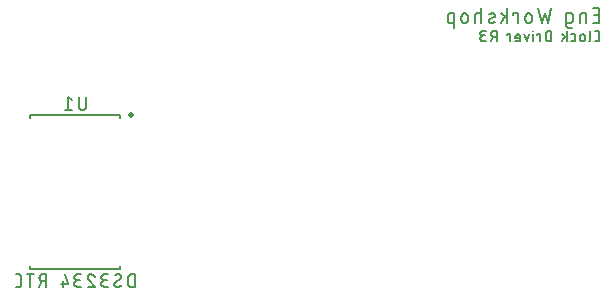
<source format=gbr>
G04 EAGLE Gerber RS-274X export*
G75*
%MOMM*%
%FSLAX34Y34*%
%LPD*%
%INSilkscreen Bottom*%
%IPPOS*%
%AMOC8*
5,1,8,0,0,1.08239X$1,22.5*%
G01*
G04 Define Apertures*
%ADD10C,0.203200*%
%ADD11C,0.152400*%
%ADD12C,0.500000*%
D10*
X565065Y257556D02*
X570484Y257556D01*
X570484Y269748D01*
X565065Y269748D01*
X566420Y264329D02*
X570484Y264329D01*
X559601Y265684D02*
X559601Y257556D01*
X559601Y265684D02*
X556214Y265684D01*
X556125Y265682D01*
X556037Y265676D01*
X555949Y265667D01*
X555861Y265653D01*
X555774Y265636D01*
X555688Y265615D01*
X555603Y265590D01*
X555519Y265561D01*
X555436Y265529D01*
X555355Y265494D01*
X555276Y265454D01*
X555198Y265412D01*
X555122Y265366D01*
X555048Y265317D01*
X554977Y265264D01*
X554908Y265209D01*
X554841Y265150D01*
X554777Y265089D01*
X554716Y265025D01*
X554657Y264958D01*
X554602Y264889D01*
X554549Y264818D01*
X554500Y264744D01*
X554454Y264668D01*
X554412Y264590D01*
X554372Y264511D01*
X554337Y264430D01*
X554305Y264347D01*
X554276Y264263D01*
X554251Y264178D01*
X554230Y264092D01*
X554213Y264005D01*
X554199Y263917D01*
X554190Y263829D01*
X554184Y263741D01*
X554182Y263652D01*
X554182Y257556D01*
X546139Y257556D02*
X542752Y257556D01*
X546139Y257556D02*
X546228Y257558D01*
X546316Y257564D01*
X546404Y257573D01*
X546492Y257587D01*
X546579Y257604D01*
X546665Y257625D01*
X546750Y257650D01*
X546834Y257679D01*
X546917Y257711D01*
X546998Y257746D01*
X547077Y257786D01*
X547155Y257828D01*
X547231Y257874D01*
X547305Y257923D01*
X547376Y257976D01*
X547445Y258031D01*
X547512Y258090D01*
X547576Y258151D01*
X547637Y258215D01*
X547696Y258282D01*
X547751Y258351D01*
X547804Y258422D01*
X547853Y258496D01*
X547899Y258572D01*
X547941Y258650D01*
X547981Y258729D01*
X548016Y258810D01*
X548048Y258893D01*
X548077Y258977D01*
X548102Y259062D01*
X548123Y259148D01*
X548140Y259235D01*
X548154Y259323D01*
X548163Y259411D01*
X548169Y259499D01*
X548171Y259588D01*
X548171Y263652D01*
X548169Y263741D01*
X548163Y263829D01*
X548154Y263917D01*
X548140Y264005D01*
X548123Y264092D01*
X548102Y264178D01*
X548077Y264263D01*
X548048Y264347D01*
X548016Y264430D01*
X547981Y264511D01*
X547941Y264590D01*
X547899Y264668D01*
X547853Y264744D01*
X547804Y264818D01*
X547751Y264889D01*
X547696Y264958D01*
X547637Y265025D01*
X547576Y265089D01*
X547512Y265150D01*
X547445Y265209D01*
X547376Y265264D01*
X547305Y265317D01*
X547231Y265366D01*
X547155Y265412D01*
X547077Y265454D01*
X546998Y265494D01*
X546917Y265529D01*
X546834Y265561D01*
X546750Y265590D01*
X546665Y265615D01*
X546579Y265636D01*
X546492Y265653D01*
X546404Y265667D01*
X546316Y265676D01*
X546228Y265682D01*
X546139Y265684D01*
X542752Y265684D01*
X542752Y255524D01*
X542754Y255435D01*
X542760Y255347D01*
X542769Y255259D01*
X542783Y255171D01*
X542800Y255084D01*
X542821Y254998D01*
X542846Y254913D01*
X542875Y254829D01*
X542907Y254746D01*
X542942Y254665D01*
X542982Y254586D01*
X543024Y254508D01*
X543070Y254432D01*
X543119Y254358D01*
X543172Y254287D01*
X543227Y254218D01*
X543286Y254151D01*
X543347Y254087D01*
X543411Y254026D01*
X543478Y253967D01*
X543547Y253912D01*
X543618Y253859D01*
X543692Y253810D01*
X543768Y253764D01*
X543846Y253722D01*
X543925Y253682D01*
X544006Y253647D01*
X544089Y253615D01*
X544173Y253586D01*
X544258Y253561D01*
X544344Y253540D01*
X544431Y253523D01*
X544519Y253509D01*
X544607Y253500D01*
X544695Y253494D01*
X544784Y253492D01*
X547494Y253492D01*
X527170Y257556D02*
X529879Y269748D01*
X524461Y265684D02*
X527170Y257556D01*
X521751Y257556D02*
X524461Y265684D01*
X519042Y269748D02*
X521751Y257556D01*
X513515Y260265D02*
X513515Y262975D01*
X513513Y263078D01*
X513507Y263180D01*
X513498Y263282D01*
X513484Y263384D01*
X513467Y263485D01*
X513445Y263585D01*
X513420Y263684D01*
X513392Y263783D01*
X513359Y263880D01*
X513323Y263976D01*
X513284Y264071D01*
X513240Y264164D01*
X513194Y264255D01*
X513143Y264344D01*
X513090Y264432D01*
X513033Y264517D01*
X512973Y264600D01*
X512910Y264681D01*
X512844Y264760D01*
X512775Y264835D01*
X512703Y264909D01*
X512629Y264979D01*
X512552Y265047D01*
X512472Y265111D01*
X512390Y265173D01*
X512306Y265231D01*
X512219Y265286D01*
X512131Y265338D01*
X512040Y265386D01*
X511948Y265431D01*
X511855Y265473D01*
X511759Y265511D01*
X511663Y265545D01*
X511565Y265576D01*
X511466Y265602D01*
X511366Y265626D01*
X511265Y265645D01*
X511164Y265660D01*
X511062Y265672D01*
X510960Y265680D01*
X510857Y265684D01*
X510755Y265684D01*
X510652Y265680D01*
X510550Y265672D01*
X510448Y265660D01*
X510347Y265645D01*
X510246Y265626D01*
X510146Y265602D01*
X510047Y265576D01*
X509949Y265545D01*
X509853Y265511D01*
X509757Y265473D01*
X509664Y265431D01*
X509572Y265386D01*
X509481Y265338D01*
X509393Y265286D01*
X509306Y265231D01*
X509222Y265173D01*
X509140Y265111D01*
X509060Y265047D01*
X508983Y264979D01*
X508909Y264909D01*
X508837Y264835D01*
X508768Y264760D01*
X508702Y264681D01*
X508639Y264600D01*
X508579Y264517D01*
X508522Y264432D01*
X508469Y264344D01*
X508418Y264255D01*
X508372Y264164D01*
X508328Y264071D01*
X508289Y263976D01*
X508253Y263880D01*
X508220Y263783D01*
X508192Y263684D01*
X508167Y263585D01*
X508145Y263485D01*
X508128Y263384D01*
X508114Y263282D01*
X508105Y263180D01*
X508099Y263078D01*
X508097Y262975D01*
X508096Y262975D02*
X508096Y260265D01*
X508097Y260265D02*
X508099Y260162D01*
X508105Y260060D01*
X508114Y259958D01*
X508128Y259856D01*
X508145Y259755D01*
X508167Y259655D01*
X508192Y259556D01*
X508220Y259457D01*
X508253Y259360D01*
X508289Y259264D01*
X508328Y259169D01*
X508372Y259076D01*
X508418Y258985D01*
X508469Y258896D01*
X508522Y258808D01*
X508579Y258723D01*
X508639Y258640D01*
X508702Y258559D01*
X508768Y258480D01*
X508837Y258405D01*
X508909Y258331D01*
X508983Y258261D01*
X509060Y258193D01*
X509140Y258129D01*
X509222Y258067D01*
X509306Y258009D01*
X509393Y257954D01*
X509481Y257902D01*
X509572Y257854D01*
X509664Y257809D01*
X509757Y257767D01*
X509853Y257729D01*
X509949Y257695D01*
X510047Y257664D01*
X510146Y257638D01*
X510246Y257614D01*
X510347Y257595D01*
X510448Y257580D01*
X510550Y257568D01*
X510652Y257560D01*
X510755Y257556D01*
X510857Y257556D01*
X510960Y257560D01*
X511062Y257568D01*
X511164Y257580D01*
X511265Y257595D01*
X511366Y257614D01*
X511466Y257638D01*
X511565Y257664D01*
X511663Y257695D01*
X511759Y257729D01*
X511855Y257767D01*
X511948Y257809D01*
X512040Y257854D01*
X512131Y257902D01*
X512219Y257954D01*
X512306Y258009D01*
X512390Y258067D01*
X512472Y258129D01*
X512552Y258193D01*
X512629Y258261D01*
X512703Y258331D01*
X512775Y258405D01*
X512844Y258480D01*
X512910Y258559D01*
X512973Y258640D01*
X513033Y258723D01*
X513090Y258808D01*
X513143Y258896D01*
X513194Y258985D01*
X513240Y259076D01*
X513284Y259169D01*
X513323Y259264D01*
X513359Y259360D01*
X513392Y259457D01*
X513420Y259556D01*
X513445Y259655D01*
X513467Y259755D01*
X513484Y259856D01*
X513498Y259958D01*
X513507Y260060D01*
X513513Y260162D01*
X513515Y260265D01*
X501890Y257556D02*
X501890Y265684D01*
X497826Y265684D01*
X497826Y264329D01*
X492821Y269748D02*
X492821Y257556D01*
X492821Y261620D02*
X487402Y265684D01*
X490450Y263313D02*
X487402Y257556D01*
X481348Y262297D02*
X477962Y260943D01*
X481348Y262298D02*
X481424Y262330D01*
X481498Y262366D01*
X481571Y262406D01*
X481642Y262448D01*
X481710Y262494D01*
X481776Y262544D01*
X481840Y262596D01*
X481902Y262651D01*
X481960Y262709D01*
X482016Y262770D01*
X482069Y262834D01*
X482119Y262899D01*
X482166Y262967D01*
X482210Y263038D01*
X482250Y263110D01*
X482287Y263184D01*
X482320Y263259D01*
X482349Y263336D01*
X482375Y263415D01*
X482398Y263494D01*
X482416Y263575D01*
X482431Y263656D01*
X482442Y263738D01*
X482449Y263820D01*
X482452Y263903D01*
X482451Y263986D01*
X482446Y264068D01*
X482438Y264150D01*
X482426Y264232D01*
X482409Y264313D01*
X482389Y264393D01*
X482366Y264472D01*
X482338Y264550D01*
X482307Y264626D01*
X482272Y264701D01*
X482234Y264775D01*
X482193Y264846D01*
X482148Y264916D01*
X482100Y264983D01*
X482049Y265048D01*
X481995Y265110D01*
X481938Y265170D01*
X481878Y265227D01*
X481816Y265281D01*
X481751Y265332D01*
X481684Y265380D01*
X481614Y265425D01*
X481543Y265466D01*
X481469Y265504D01*
X481394Y265539D01*
X481318Y265570D01*
X481240Y265598D01*
X481161Y265621D01*
X481081Y265641D01*
X481000Y265658D01*
X480918Y265670D01*
X480836Y265678D01*
X480754Y265683D01*
X480671Y265684D01*
X480486Y265679D01*
X480301Y265670D01*
X480117Y265656D01*
X479933Y265638D01*
X479749Y265616D01*
X479566Y265589D01*
X479384Y265557D01*
X479203Y265521D01*
X479022Y265481D01*
X478843Y265437D01*
X478664Y265388D01*
X478487Y265335D01*
X478311Y265278D01*
X478137Y265216D01*
X477964Y265151D01*
X477793Y265081D01*
X477623Y265007D01*
X477962Y260942D02*
X477886Y260910D01*
X477812Y260874D01*
X477739Y260834D01*
X477668Y260792D01*
X477600Y260746D01*
X477534Y260696D01*
X477470Y260644D01*
X477408Y260589D01*
X477350Y260531D01*
X477294Y260470D01*
X477241Y260406D01*
X477191Y260341D01*
X477144Y260273D01*
X477100Y260202D01*
X477060Y260130D01*
X477024Y260056D01*
X476990Y259981D01*
X476961Y259904D01*
X476935Y259825D01*
X476912Y259746D01*
X476894Y259665D01*
X476879Y259584D01*
X476868Y259502D01*
X476861Y259420D01*
X476858Y259337D01*
X476859Y259255D01*
X476864Y259172D01*
X476872Y259090D01*
X476884Y259008D01*
X476901Y258927D01*
X476921Y258847D01*
X476944Y258768D01*
X476972Y258690D01*
X477003Y258614D01*
X477038Y258539D01*
X477076Y258465D01*
X477117Y258394D01*
X477162Y258325D01*
X477210Y258257D01*
X477261Y258192D01*
X477315Y258130D01*
X477372Y258070D01*
X477432Y258013D01*
X477494Y257959D01*
X477559Y257908D01*
X477626Y257860D01*
X477696Y257815D01*
X477767Y257774D01*
X477841Y257736D01*
X477916Y257701D01*
X477992Y257670D01*
X478070Y257642D01*
X478149Y257619D01*
X478229Y257599D01*
X478310Y257582D01*
X478392Y257570D01*
X478474Y257562D01*
X478556Y257557D01*
X478639Y257556D01*
X478910Y257563D01*
X479182Y257577D01*
X479453Y257597D01*
X479723Y257623D01*
X479993Y257656D01*
X480262Y257695D01*
X480530Y257740D01*
X480796Y257792D01*
X481062Y257850D01*
X481326Y257914D01*
X481588Y257985D01*
X481849Y258062D01*
X482107Y258145D01*
X482364Y258233D01*
X470843Y257556D02*
X470843Y269748D01*
X470843Y265684D02*
X467456Y265684D01*
X467367Y265682D01*
X467279Y265676D01*
X467191Y265667D01*
X467103Y265653D01*
X467016Y265636D01*
X466930Y265615D01*
X466845Y265590D01*
X466761Y265561D01*
X466678Y265529D01*
X466597Y265494D01*
X466518Y265454D01*
X466440Y265412D01*
X466364Y265366D01*
X466290Y265317D01*
X466219Y265264D01*
X466150Y265209D01*
X466083Y265150D01*
X466019Y265089D01*
X465958Y265025D01*
X465899Y264958D01*
X465844Y264889D01*
X465791Y264818D01*
X465742Y264744D01*
X465696Y264668D01*
X465654Y264590D01*
X465614Y264511D01*
X465579Y264430D01*
X465547Y264347D01*
X465518Y264263D01*
X465493Y264178D01*
X465472Y264092D01*
X465455Y264005D01*
X465441Y263917D01*
X465432Y263829D01*
X465426Y263741D01*
X465424Y263652D01*
X465424Y257556D01*
X459322Y260265D02*
X459322Y262975D01*
X459321Y262975D02*
X459319Y263078D01*
X459313Y263180D01*
X459304Y263282D01*
X459290Y263384D01*
X459273Y263485D01*
X459251Y263585D01*
X459226Y263684D01*
X459198Y263783D01*
X459165Y263880D01*
X459129Y263976D01*
X459090Y264071D01*
X459046Y264164D01*
X459000Y264255D01*
X458949Y264344D01*
X458896Y264432D01*
X458839Y264517D01*
X458779Y264600D01*
X458716Y264681D01*
X458650Y264760D01*
X458581Y264835D01*
X458509Y264909D01*
X458435Y264979D01*
X458358Y265047D01*
X458278Y265111D01*
X458196Y265173D01*
X458112Y265231D01*
X458025Y265286D01*
X457937Y265338D01*
X457846Y265386D01*
X457754Y265431D01*
X457661Y265473D01*
X457565Y265511D01*
X457469Y265545D01*
X457371Y265576D01*
X457272Y265602D01*
X457172Y265626D01*
X457071Y265645D01*
X456970Y265660D01*
X456868Y265672D01*
X456766Y265680D01*
X456663Y265684D01*
X456561Y265684D01*
X456458Y265680D01*
X456356Y265672D01*
X456254Y265660D01*
X456153Y265645D01*
X456052Y265626D01*
X455952Y265602D01*
X455853Y265576D01*
X455755Y265545D01*
X455659Y265511D01*
X455563Y265473D01*
X455470Y265431D01*
X455378Y265386D01*
X455287Y265338D01*
X455199Y265286D01*
X455112Y265231D01*
X455028Y265173D01*
X454946Y265111D01*
X454866Y265047D01*
X454789Y264979D01*
X454715Y264909D01*
X454643Y264835D01*
X454574Y264760D01*
X454508Y264681D01*
X454445Y264600D01*
X454385Y264517D01*
X454328Y264432D01*
X454275Y264344D01*
X454224Y264255D01*
X454178Y264164D01*
X454134Y264071D01*
X454095Y263976D01*
X454059Y263880D01*
X454026Y263783D01*
X453998Y263684D01*
X453973Y263585D01*
X453951Y263485D01*
X453934Y263384D01*
X453920Y263282D01*
X453911Y263180D01*
X453905Y263078D01*
X453903Y262975D01*
X453903Y260265D01*
X453905Y260162D01*
X453911Y260060D01*
X453920Y259958D01*
X453934Y259856D01*
X453951Y259755D01*
X453973Y259655D01*
X453998Y259556D01*
X454026Y259457D01*
X454059Y259360D01*
X454095Y259264D01*
X454134Y259169D01*
X454178Y259076D01*
X454224Y258985D01*
X454275Y258896D01*
X454328Y258808D01*
X454385Y258723D01*
X454445Y258640D01*
X454508Y258559D01*
X454574Y258480D01*
X454643Y258405D01*
X454715Y258331D01*
X454789Y258261D01*
X454866Y258193D01*
X454946Y258129D01*
X455028Y258067D01*
X455112Y258009D01*
X455199Y257954D01*
X455287Y257902D01*
X455378Y257854D01*
X455470Y257809D01*
X455563Y257767D01*
X455659Y257729D01*
X455755Y257695D01*
X455853Y257664D01*
X455952Y257638D01*
X456052Y257614D01*
X456153Y257595D01*
X456254Y257580D01*
X456356Y257568D01*
X456458Y257560D01*
X456561Y257556D01*
X456663Y257556D01*
X456766Y257560D01*
X456868Y257568D01*
X456970Y257580D01*
X457071Y257595D01*
X457172Y257614D01*
X457272Y257638D01*
X457371Y257664D01*
X457469Y257695D01*
X457565Y257729D01*
X457661Y257767D01*
X457754Y257809D01*
X457846Y257854D01*
X457937Y257902D01*
X458025Y257954D01*
X458112Y258009D01*
X458196Y258067D01*
X458278Y258129D01*
X458358Y258193D01*
X458435Y258261D01*
X458509Y258331D01*
X458581Y258405D01*
X458650Y258480D01*
X458716Y258559D01*
X458779Y258640D01*
X458839Y258723D01*
X458896Y258808D01*
X458949Y258896D01*
X459000Y258985D01*
X459046Y259076D01*
X459090Y259169D01*
X459129Y259264D01*
X459165Y259360D01*
X459198Y259457D01*
X459226Y259556D01*
X459251Y259655D01*
X459273Y259755D01*
X459290Y259856D01*
X459304Y259958D01*
X459313Y260060D01*
X459319Y260162D01*
X459321Y260265D01*
X447708Y265684D02*
X447708Y253492D01*
X447708Y265684D02*
X444322Y265684D01*
X444233Y265682D01*
X444145Y265676D01*
X444057Y265667D01*
X443969Y265653D01*
X443882Y265636D01*
X443796Y265615D01*
X443711Y265590D01*
X443627Y265561D01*
X443544Y265529D01*
X443463Y265494D01*
X443384Y265454D01*
X443306Y265412D01*
X443230Y265366D01*
X443156Y265317D01*
X443085Y265264D01*
X443016Y265209D01*
X442949Y265150D01*
X442885Y265089D01*
X442824Y265025D01*
X442765Y264958D01*
X442710Y264889D01*
X442657Y264818D01*
X442608Y264744D01*
X442562Y264668D01*
X442520Y264590D01*
X442480Y264511D01*
X442445Y264430D01*
X442413Y264347D01*
X442384Y264263D01*
X442359Y264178D01*
X442338Y264092D01*
X442321Y264005D01*
X442307Y263917D01*
X442298Y263829D01*
X442292Y263741D01*
X442290Y263652D01*
X442290Y259588D01*
X442292Y259499D01*
X442298Y259411D01*
X442307Y259323D01*
X442321Y259235D01*
X442338Y259148D01*
X442359Y259062D01*
X442384Y258977D01*
X442413Y258893D01*
X442445Y258810D01*
X442480Y258729D01*
X442520Y258650D01*
X442562Y258572D01*
X442608Y258496D01*
X442657Y258422D01*
X442710Y258351D01*
X442765Y258282D01*
X442824Y258215D01*
X442885Y258151D01*
X442949Y258090D01*
X443016Y258031D01*
X443085Y257976D01*
X443156Y257923D01*
X443230Y257874D01*
X443306Y257828D01*
X443384Y257786D01*
X443463Y257746D01*
X443544Y257711D01*
X443627Y257679D01*
X443711Y257650D01*
X443796Y257625D01*
X443882Y257604D01*
X443969Y257587D01*
X444057Y257573D01*
X444145Y257564D01*
X444233Y257558D01*
X444322Y257556D01*
X447708Y257556D01*
D11*
X566900Y242062D02*
X568819Y242062D01*
X568905Y242064D01*
X568991Y242070D01*
X569077Y242079D01*
X569162Y242093D01*
X569246Y242110D01*
X569330Y242131D01*
X569412Y242156D01*
X569493Y242184D01*
X569573Y242216D01*
X569652Y242252D01*
X569728Y242291D01*
X569803Y242334D01*
X569876Y242379D01*
X569947Y242429D01*
X570015Y242481D01*
X570082Y242536D01*
X570145Y242594D01*
X570206Y242655D01*
X570264Y242718D01*
X570319Y242785D01*
X570372Y242853D01*
X570421Y242924D01*
X570466Y242997D01*
X570509Y243072D01*
X570548Y243148D01*
X570584Y243227D01*
X570616Y243307D01*
X570644Y243388D01*
X570669Y243471D01*
X570690Y243554D01*
X570707Y243638D01*
X570721Y243723D01*
X570730Y243809D01*
X570736Y243895D01*
X570738Y243981D01*
X570738Y248779D01*
X570736Y248865D01*
X570730Y248951D01*
X570721Y249037D01*
X570707Y249122D01*
X570690Y249206D01*
X570669Y249290D01*
X570644Y249372D01*
X570616Y249453D01*
X570584Y249533D01*
X570548Y249612D01*
X570509Y249688D01*
X570466Y249763D01*
X570421Y249836D01*
X570372Y249907D01*
X570319Y249975D01*
X570264Y250042D01*
X570206Y250105D01*
X570145Y250166D01*
X570082Y250224D01*
X570016Y250279D01*
X569947Y250331D01*
X569876Y250381D01*
X569803Y250426D01*
X569728Y250469D01*
X569652Y250508D01*
X569573Y250544D01*
X569493Y250576D01*
X569412Y250604D01*
X569330Y250629D01*
X569246Y250650D01*
X569162Y250667D01*
X569077Y250681D01*
X568991Y250690D01*
X568905Y250696D01*
X568819Y250698D01*
X566900Y250698D01*
X563171Y250698D02*
X563171Y243501D01*
X563169Y243426D01*
X563163Y243351D01*
X563153Y243276D01*
X563140Y243202D01*
X563122Y243129D01*
X563101Y243056D01*
X563075Y242985D01*
X563047Y242916D01*
X563014Y242848D01*
X562978Y242782D01*
X562939Y242717D01*
X562896Y242655D01*
X562850Y242595D01*
X562801Y242538D01*
X562750Y242483D01*
X562695Y242432D01*
X562638Y242383D01*
X562578Y242337D01*
X562516Y242294D01*
X562452Y242255D01*
X562385Y242219D01*
X562317Y242186D01*
X562248Y242158D01*
X562177Y242132D01*
X562104Y242111D01*
X562031Y242093D01*
X561957Y242080D01*
X561882Y242070D01*
X561807Y242064D01*
X561732Y242062D01*
X558333Y243981D02*
X558333Y245900D01*
X558331Y245986D01*
X558325Y246072D01*
X558316Y246158D01*
X558302Y246243D01*
X558285Y246327D01*
X558264Y246411D01*
X558239Y246493D01*
X558211Y246574D01*
X558179Y246654D01*
X558143Y246733D01*
X558104Y246809D01*
X558061Y246884D01*
X558016Y246957D01*
X557967Y247028D01*
X557914Y247096D01*
X557859Y247163D01*
X557801Y247226D01*
X557740Y247287D01*
X557677Y247345D01*
X557610Y247400D01*
X557542Y247453D01*
X557471Y247502D01*
X557398Y247547D01*
X557323Y247590D01*
X557247Y247629D01*
X557168Y247665D01*
X557088Y247697D01*
X557007Y247725D01*
X556925Y247750D01*
X556841Y247771D01*
X556757Y247788D01*
X556672Y247802D01*
X556586Y247811D01*
X556500Y247817D01*
X556414Y247819D01*
X556328Y247817D01*
X556242Y247811D01*
X556156Y247802D01*
X556071Y247788D01*
X555987Y247771D01*
X555903Y247750D01*
X555821Y247725D01*
X555740Y247697D01*
X555660Y247665D01*
X555581Y247629D01*
X555505Y247590D01*
X555430Y247547D01*
X555357Y247502D01*
X555286Y247453D01*
X555218Y247400D01*
X555151Y247345D01*
X555088Y247287D01*
X555027Y247226D01*
X554969Y247163D01*
X554914Y247096D01*
X554861Y247028D01*
X554812Y246957D01*
X554767Y246884D01*
X554724Y246809D01*
X554685Y246733D01*
X554649Y246654D01*
X554617Y246574D01*
X554589Y246493D01*
X554564Y246411D01*
X554543Y246327D01*
X554526Y246243D01*
X554512Y246158D01*
X554503Y246072D01*
X554497Y245986D01*
X554495Y245900D01*
X554495Y243981D01*
X554497Y243895D01*
X554503Y243809D01*
X554512Y243723D01*
X554526Y243638D01*
X554543Y243554D01*
X554564Y243470D01*
X554589Y243388D01*
X554617Y243307D01*
X554649Y243227D01*
X554685Y243148D01*
X554724Y243072D01*
X554767Y242997D01*
X554812Y242924D01*
X554861Y242853D01*
X554914Y242785D01*
X554969Y242718D01*
X555027Y242655D01*
X555088Y242594D01*
X555151Y242536D01*
X555218Y242481D01*
X555286Y242428D01*
X555357Y242379D01*
X555430Y242334D01*
X555505Y242291D01*
X555581Y242252D01*
X555660Y242216D01*
X555740Y242184D01*
X555821Y242156D01*
X555903Y242131D01*
X555987Y242110D01*
X556071Y242093D01*
X556156Y242079D01*
X556242Y242070D01*
X556328Y242064D01*
X556414Y242062D01*
X556500Y242064D01*
X556586Y242070D01*
X556672Y242079D01*
X556757Y242093D01*
X556841Y242110D01*
X556925Y242131D01*
X557007Y242156D01*
X557088Y242184D01*
X557168Y242216D01*
X557247Y242252D01*
X557323Y242291D01*
X557398Y242334D01*
X557471Y242379D01*
X557542Y242428D01*
X557610Y242481D01*
X557677Y242536D01*
X557740Y242594D01*
X557801Y242655D01*
X557859Y242718D01*
X557914Y242785D01*
X557967Y242853D01*
X558016Y242924D01*
X558061Y242997D01*
X558104Y243072D01*
X558143Y243148D01*
X558179Y243227D01*
X558211Y243307D01*
X558239Y243388D01*
X558264Y243470D01*
X558285Y243554D01*
X558302Y243638D01*
X558316Y243723D01*
X558325Y243809D01*
X558331Y243895D01*
X558333Y243981D01*
X548954Y242062D02*
X547034Y242062D01*
X548954Y242062D02*
X549029Y242064D01*
X549104Y242070D01*
X549179Y242080D01*
X549253Y242093D01*
X549326Y242111D01*
X549399Y242132D01*
X549470Y242158D01*
X549539Y242186D01*
X549607Y242219D01*
X549674Y242255D01*
X549738Y242294D01*
X549800Y242337D01*
X549860Y242383D01*
X549917Y242432D01*
X549972Y242483D01*
X550023Y242538D01*
X550072Y242595D01*
X550118Y242655D01*
X550161Y242717D01*
X550200Y242782D01*
X550236Y242848D01*
X550269Y242916D01*
X550297Y242985D01*
X550323Y243056D01*
X550344Y243129D01*
X550362Y243202D01*
X550375Y243276D01*
X550385Y243351D01*
X550391Y243426D01*
X550393Y243501D01*
X550393Y246380D01*
X550391Y246455D01*
X550385Y246530D01*
X550375Y246605D01*
X550362Y246679D01*
X550344Y246752D01*
X550323Y246825D01*
X550297Y246896D01*
X550269Y246965D01*
X550236Y247033D01*
X550200Y247100D01*
X550161Y247164D01*
X550118Y247226D01*
X550072Y247286D01*
X550023Y247343D01*
X549972Y247398D01*
X549917Y247449D01*
X549860Y247498D01*
X549800Y247544D01*
X549738Y247587D01*
X549674Y247626D01*
X549607Y247662D01*
X549539Y247695D01*
X549470Y247723D01*
X549399Y247749D01*
X549326Y247770D01*
X549253Y247788D01*
X549179Y247801D01*
X549104Y247811D01*
X549029Y247817D01*
X548954Y247819D01*
X547034Y247819D01*
X542937Y250698D02*
X542937Y242062D01*
X542937Y244941D02*
X539099Y247819D01*
X541258Y246140D02*
X539099Y242062D01*
X530162Y242062D02*
X530162Y250698D01*
X527763Y250698D01*
X527666Y250696D01*
X527570Y250690D01*
X527474Y250681D01*
X527378Y250667D01*
X527283Y250650D01*
X527189Y250628D01*
X527096Y250603D01*
X527003Y250575D01*
X526912Y250542D01*
X526823Y250506D01*
X526735Y250466D01*
X526648Y250423D01*
X526564Y250377D01*
X526481Y250327D01*
X526400Y250273D01*
X526322Y250217D01*
X526246Y250157D01*
X526172Y250095D01*
X526101Y250029D01*
X526033Y249961D01*
X525967Y249890D01*
X525905Y249816D01*
X525845Y249740D01*
X525789Y249662D01*
X525735Y249581D01*
X525685Y249499D01*
X525639Y249414D01*
X525596Y249327D01*
X525556Y249239D01*
X525520Y249150D01*
X525487Y249059D01*
X525459Y248966D01*
X525434Y248873D01*
X525412Y248779D01*
X525395Y248684D01*
X525381Y248588D01*
X525372Y248492D01*
X525366Y248396D01*
X525364Y248299D01*
X525364Y244461D01*
X525366Y244364D01*
X525372Y244268D01*
X525381Y244172D01*
X525395Y244076D01*
X525412Y243981D01*
X525434Y243887D01*
X525459Y243794D01*
X525487Y243701D01*
X525520Y243610D01*
X525556Y243521D01*
X525596Y243433D01*
X525639Y243346D01*
X525685Y243262D01*
X525735Y243179D01*
X525789Y243098D01*
X525845Y243020D01*
X525905Y242944D01*
X525967Y242870D01*
X526033Y242799D01*
X526101Y242731D01*
X526172Y242665D01*
X526246Y242603D01*
X526322Y242543D01*
X526400Y242487D01*
X526481Y242433D01*
X526564Y242383D01*
X526648Y242337D01*
X526735Y242294D01*
X526823Y242254D01*
X526912Y242218D01*
X527003Y242185D01*
X527096Y242157D01*
X527189Y242132D01*
X527283Y242110D01*
X527378Y242093D01*
X527474Y242079D01*
X527570Y242070D01*
X527666Y242064D01*
X527763Y242062D01*
X530162Y242062D01*
X520462Y242062D02*
X520462Y247819D01*
X517583Y247819D01*
X517583Y246860D01*
X514656Y247819D02*
X514656Y242062D01*
X514896Y250218D02*
X514896Y250698D01*
X514417Y250698D01*
X514417Y250218D01*
X514896Y250218D01*
X511089Y247819D02*
X509170Y242062D01*
X507251Y247819D01*
X502030Y242062D02*
X499631Y242062D01*
X502030Y242062D02*
X502105Y242064D01*
X502180Y242070D01*
X502255Y242080D01*
X502329Y242093D01*
X502402Y242111D01*
X502475Y242132D01*
X502546Y242158D01*
X502615Y242186D01*
X502683Y242219D01*
X502750Y242255D01*
X502814Y242294D01*
X502876Y242337D01*
X502936Y242383D01*
X502993Y242432D01*
X503048Y242483D01*
X503099Y242538D01*
X503148Y242595D01*
X503194Y242655D01*
X503237Y242717D01*
X503276Y242782D01*
X503312Y242848D01*
X503345Y242916D01*
X503373Y242985D01*
X503399Y243056D01*
X503420Y243129D01*
X503438Y243202D01*
X503451Y243276D01*
X503461Y243351D01*
X503467Y243426D01*
X503469Y243501D01*
X503469Y245900D01*
X503467Y245986D01*
X503461Y246072D01*
X503452Y246158D01*
X503438Y246243D01*
X503421Y246327D01*
X503400Y246411D01*
X503375Y246493D01*
X503347Y246574D01*
X503315Y246654D01*
X503279Y246733D01*
X503240Y246809D01*
X503197Y246884D01*
X503152Y246957D01*
X503103Y247028D01*
X503050Y247096D01*
X502995Y247163D01*
X502937Y247226D01*
X502876Y247287D01*
X502813Y247345D01*
X502746Y247400D01*
X502678Y247453D01*
X502607Y247502D01*
X502534Y247547D01*
X502459Y247590D01*
X502383Y247629D01*
X502304Y247665D01*
X502224Y247697D01*
X502143Y247725D01*
X502061Y247750D01*
X501977Y247771D01*
X501893Y247788D01*
X501808Y247802D01*
X501722Y247811D01*
X501636Y247817D01*
X501550Y247819D01*
X501464Y247817D01*
X501378Y247811D01*
X501292Y247802D01*
X501207Y247788D01*
X501123Y247771D01*
X501039Y247750D01*
X500957Y247725D01*
X500876Y247697D01*
X500796Y247665D01*
X500717Y247629D01*
X500641Y247590D01*
X500566Y247547D01*
X500493Y247502D01*
X500422Y247453D01*
X500354Y247400D01*
X500287Y247345D01*
X500224Y247287D01*
X500163Y247226D01*
X500105Y247163D01*
X500050Y247096D01*
X499997Y247028D01*
X499948Y246957D01*
X499903Y246884D01*
X499860Y246809D01*
X499821Y246733D01*
X499785Y246654D01*
X499753Y246574D01*
X499725Y246493D01*
X499700Y246411D01*
X499679Y246327D01*
X499662Y246243D01*
X499648Y246158D01*
X499639Y246072D01*
X499633Y245986D01*
X499631Y245900D01*
X499631Y244941D01*
X503469Y244941D01*
X495163Y242062D02*
X495163Y247819D01*
X492285Y247819D01*
X492285Y246860D01*
X483748Y250698D02*
X483748Y242062D01*
X483748Y250698D02*
X481349Y250698D01*
X481252Y250696D01*
X481156Y250690D01*
X481060Y250681D01*
X480964Y250667D01*
X480869Y250650D01*
X480775Y250628D01*
X480682Y250603D01*
X480589Y250575D01*
X480498Y250542D01*
X480409Y250506D01*
X480321Y250466D01*
X480234Y250423D01*
X480150Y250377D01*
X480067Y250327D01*
X479986Y250273D01*
X479908Y250217D01*
X479832Y250157D01*
X479758Y250095D01*
X479687Y250029D01*
X479619Y249961D01*
X479553Y249890D01*
X479491Y249816D01*
X479431Y249740D01*
X479375Y249662D01*
X479321Y249581D01*
X479271Y249499D01*
X479225Y249414D01*
X479182Y249327D01*
X479142Y249239D01*
X479106Y249150D01*
X479073Y249059D01*
X479045Y248966D01*
X479020Y248873D01*
X478998Y248779D01*
X478981Y248684D01*
X478967Y248588D01*
X478958Y248492D01*
X478952Y248396D01*
X478950Y248299D01*
X478952Y248202D01*
X478958Y248106D01*
X478967Y248010D01*
X478981Y247914D01*
X478998Y247819D01*
X479020Y247725D01*
X479045Y247632D01*
X479073Y247539D01*
X479106Y247448D01*
X479142Y247359D01*
X479182Y247271D01*
X479225Y247184D01*
X479271Y247100D01*
X479321Y247017D01*
X479375Y246936D01*
X479431Y246858D01*
X479491Y246782D01*
X479553Y246708D01*
X479619Y246637D01*
X479687Y246569D01*
X479758Y246503D01*
X479832Y246441D01*
X479908Y246381D01*
X479986Y246325D01*
X480067Y246271D01*
X480150Y246221D01*
X480234Y246175D01*
X480321Y246132D01*
X480409Y246092D01*
X480498Y246056D01*
X480589Y246023D01*
X480682Y245995D01*
X480775Y245970D01*
X480869Y245948D01*
X480964Y245931D01*
X481060Y245917D01*
X481156Y245908D01*
X481252Y245902D01*
X481349Y245900D01*
X483748Y245900D01*
X480869Y245900D02*
X478950Y242062D01*
X474688Y242062D02*
X472289Y242062D01*
X472192Y242064D01*
X472096Y242070D01*
X472000Y242079D01*
X471904Y242093D01*
X471809Y242110D01*
X471715Y242132D01*
X471622Y242157D01*
X471529Y242185D01*
X471438Y242218D01*
X471349Y242254D01*
X471261Y242294D01*
X471174Y242337D01*
X471090Y242383D01*
X471007Y242433D01*
X470926Y242487D01*
X470848Y242543D01*
X470772Y242603D01*
X470698Y242665D01*
X470627Y242731D01*
X470559Y242799D01*
X470493Y242870D01*
X470431Y242944D01*
X470371Y243020D01*
X470315Y243098D01*
X470261Y243179D01*
X470211Y243262D01*
X470165Y243346D01*
X470122Y243433D01*
X470082Y243521D01*
X470046Y243610D01*
X470013Y243701D01*
X469985Y243794D01*
X469960Y243887D01*
X469938Y243981D01*
X469921Y244076D01*
X469907Y244172D01*
X469898Y244268D01*
X469892Y244364D01*
X469890Y244461D01*
X469892Y244558D01*
X469898Y244654D01*
X469907Y244750D01*
X469921Y244846D01*
X469938Y244941D01*
X469960Y245035D01*
X469985Y245128D01*
X470013Y245221D01*
X470046Y245312D01*
X470082Y245401D01*
X470122Y245489D01*
X470165Y245576D01*
X470211Y245661D01*
X470261Y245743D01*
X470315Y245824D01*
X470371Y245902D01*
X470431Y245978D01*
X470493Y246052D01*
X470559Y246123D01*
X470627Y246191D01*
X470698Y246257D01*
X470772Y246319D01*
X470848Y246379D01*
X470926Y246435D01*
X471007Y246489D01*
X471090Y246539D01*
X471174Y246585D01*
X471261Y246628D01*
X471349Y246668D01*
X471438Y246704D01*
X471529Y246737D01*
X471622Y246765D01*
X471715Y246790D01*
X471809Y246812D01*
X471904Y246829D01*
X472000Y246843D01*
X472096Y246852D01*
X472192Y246858D01*
X472289Y246860D01*
X471810Y250698D02*
X474688Y250698D01*
X471810Y250698D02*
X471724Y250696D01*
X471638Y250690D01*
X471552Y250681D01*
X471467Y250667D01*
X471383Y250650D01*
X471299Y250629D01*
X471217Y250604D01*
X471136Y250576D01*
X471056Y250544D01*
X470977Y250508D01*
X470901Y250469D01*
X470826Y250426D01*
X470753Y250381D01*
X470682Y250332D01*
X470614Y250279D01*
X470547Y250224D01*
X470484Y250166D01*
X470423Y250105D01*
X470365Y250042D01*
X470310Y249975D01*
X470257Y249907D01*
X470208Y249836D01*
X470163Y249763D01*
X470120Y249688D01*
X470081Y249612D01*
X470045Y249533D01*
X470013Y249453D01*
X469985Y249372D01*
X469960Y249290D01*
X469939Y249206D01*
X469922Y249122D01*
X469908Y249037D01*
X469899Y248951D01*
X469893Y248865D01*
X469891Y248779D01*
X469893Y248693D01*
X469899Y248607D01*
X469908Y248521D01*
X469922Y248436D01*
X469939Y248352D01*
X469960Y248268D01*
X469985Y248186D01*
X470013Y248105D01*
X470045Y248025D01*
X470081Y247946D01*
X470120Y247870D01*
X470163Y247795D01*
X470208Y247722D01*
X470257Y247651D01*
X470310Y247583D01*
X470365Y247516D01*
X470423Y247453D01*
X470484Y247392D01*
X470547Y247334D01*
X470614Y247279D01*
X470682Y247226D01*
X470753Y247177D01*
X470826Y247132D01*
X470901Y247089D01*
X470977Y247050D01*
X471056Y247014D01*
X471136Y246982D01*
X471217Y246954D01*
X471299Y246929D01*
X471383Y246908D01*
X471467Y246891D01*
X471552Y246877D01*
X471638Y246868D01*
X471724Y246862D01*
X471810Y246860D01*
X473729Y246860D01*
D12*
X174401Y179512D03*
D11*
X165000Y179300D02*
X165000Y177012D01*
X165000Y179300D02*
X89000Y179300D01*
X89000Y177012D01*
X165000Y51588D02*
X165000Y49300D01*
X89000Y49300D01*
X89000Y51588D01*
D10*
X135869Y186859D02*
X135869Y194564D01*
X135868Y186859D02*
X135866Y186752D01*
X135860Y186645D01*
X135851Y186539D01*
X135837Y186433D01*
X135820Y186327D01*
X135799Y186222D01*
X135774Y186118D01*
X135745Y186015D01*
X135713Y185913D01*
X135677Y185812D01*
X135637Y185713D01*
X135594Y185615D01*
X135547Y185519D01*
X135497Y185424D01*
X135444Y185331D01*
X135387Y185241D01*
X135327Y185152D01*
X135264Y185066D01*
X135198Y184982D01*
X135128Y184900D01*
X135056Y184821D01*
X134981Y184745D01*
X134903Y184671D01*
X134823Y184601D01*
X134740Y184533D01*
X134655Y184468D01*
X134568Y184407D01*
X134478Y184348D01*
X134386Y184293D01*
X134293Y184241D01*
X134197Y184193D01*
X134100Y184148D01*
X134002Y184106D01*
X133902Y184069D01*
X133800Y184034D01*
X133698Y184004D01*
X133594Y183977D01*
X133490Y183954D01*
X133384Y183935D01*
X133278Y183920D01*
X133172Y183908D01*
X133065Y183900D01*
X132958Y183896D01*
X132852Y183896D01*
X132745Y183900D01*
X132638Y183908D01*
X132532Y183920D01*
X132426Y183935D01*
X132320Y183954D01*
X132216Y183977D01*
X132112Y184004D01*
X132010Y184034D01*
X131908Y184069D01*
X131808Y184106D01*
X131710Y184148D01*
X131613Y184193D01*
X131517Y184241D01*
X131424Y184293D01*
X131332Y184348D01*
X131242Y184407D01*
X131155Y184468D01*
X131070Y184533D01*
X130987Y184601D01*
X130907Y184671D01*
X130829Y184745D01*
X130754Y184821D01*
X130682Y184900D01*
X130612Y184982D01*
X130546Y185066D01*
X130483Y185152D01*
X130423Y185241D01*
X130366Y185331D01*
X130313Y185424D01*
X130263Y185519D01*
X130216Y185615D01*
X130173Y185713D01*
X130133Y185812D01*
X130097Y185913D01*
X130065Y186015D01*
X130036Y186118D01*
X130011Y186222D01*
X129990Y186327D01*
X129973Y186433D01*
X129959Y186539D01*
X129950Y186645D01*
X129944Y186752D01*
X129942Y186859D01*
X129942Y194564D01*
X124058Y192193D02*
X121095Y194564D01*
X121095Y183896D01*
X124058Y183896D02*
X118131Y183896D01*
X177352Y44704D02*
X177352Y34036D01*
X177352Y44704D02*
X174388Y44704D01*
X174280Y44702D01*
X174172Y44696D01*
X174064Y44686D01*
X173957Y44672D01*
X173850Y44655D01*
X173744Y44633D01*
X173639Y44608D01*
X173534Y44578D01*
X173431Y44545D01*
X173330Y44508D01*
X173229Y44468D01*
X173130Y44424D01*
X173033Y44376D01*
X172938Y44325D01*
X172844Y44270D01*
X172753Y44212D01*
X172664Y44151D01*
X172577Y44086D01*
X172493Y44019D01*
X172411Y43948D01*
X172331Y43874D01*
X172255Y43798D01*
X172181Y43718D01*
X172111Y43636D01*
X172043Y43552D01*
X171978Y43465D01*
X171917Y43376D01*
X171859Y43285D01*
X171804Y43191D01*
X171753Y43096D01*
X171705Y42999D01*
X171661Y42900D01*
X171621Y42799D01*
X171584Y42698D01*
X171551Y42595D01*
X171521Y42490D01*
X171496Y42385D01*
X171474Y42279D01*
X171457Y42172D01*
X171443Y42065D01*
X171433Y41957D01*
X171427Y41849D01*
X171425Y41741D01*
X171425Y36999D01*
X171427Y36893D01*
X171433Y36788D01*
X171442Y36682D01*
X171455Y36577D01*
X171472Y36473D01*
X171493Y36369D01*
X171517Y36266D01*
X171545Y36164D01*
X171577Y36063D01*
X171612Y35964D01*
X171651Y35865D01*
X171693Y35768D01*
X171738Y35673D01*
X171787Y35579D01*
X171840Y35487D01*
X171895Y35397D01*
X171954Y35309D01*
X172016Y35223D01*
X172081Y35140D01*
X172149Y35059D01*
X172219Y34980D01*
X172293Y34904D01*
X172369Y34830D01*
X172448Y34760D01*
X172529Y34692D01*
X172612Y34627D01*
X172698Y34565D01*
X172786Y34506D01*
X172876Y34451D01*
X172968Y34398D01*
X173062Y34349D01*
X173157Y34304D01*
X173254Y34262D01*
X173353Y34223D01*
X173452Y34188D01*
X173553Y34156D01*
X173655Y34128D01*
X173758Y34104D01*
X173862Y34083D01*
X173966Y34066D01*
X174071Y34053D01*
X174177Y34044D01*
X174282Y34038D01*
X174388Y34036D01*
X177352Y34036D01*
X162366Y34036D02*
X162271Y34038D01*
X162175Y34044D01*
X162080Y34053D01*
X161986Y34067D01*
X161892Y34084D01*
X161799Y34105D01*
X161706Y34130D01*
X161615Y34158D01*
X161525Y34190D01*
X161437Y34226D01*
X161350Y34265D01*
X161264Y34308D01*
X161181Y34354D01*
X161099Y34403D01*
X161019Y34456D01*
X160942Y34512D01*
X160866Y34570D01*
X160794Y34632D01*
X160724Y34697D01*
X160656Y34765D01*
X160591Y34835D01*
X160529Y34907D01*
X160471Y34983D01*
X160415Y35060D01*
X160362Y35140D01*
X160313Y35222D01*
X160267Y35305D01*
X160224Y35391D01*
X160185Y35478D01*
X160149Y35566D01*
X160117Y35656D01*
X160089Y35747D01*
X160064Y35840D01*
X160043Y35933D01*
X160026Y36027D01*
X160012Y36121D01*
X160003Y36216D01*
X159997Y36312D01*
X159995Y36407D01*
X162366Y34036D02*
X162502Y34038D01*
X162639Y34043D01*
X162775Y34053D01*
X162910Y34066D01*
X163046Y34082D01*
X163180Y34103D01*
X163315Y34127D01*
X163448Y34154D01*
X163581Y34186D01*
X163713Y34220D01*
X163844Y34259D01*
X163973Y34301D01*
X164102Y34346D01*
X164229Y34395D01*
X164355Y34448D01*
X164479Y34504D01*
X164602Y34563D01*
X164723Y34625D01*
X164843Y34691D01*
X164960Y34760D01*
X165076Y34833D01*
X165190Y34908D01*
X165301Y34986D01*
X165410Y35068D01*
X165518Y35152D01*
X165622Y35239D01*
X165725Y35329D01*
X165825Y35422D01*
X165922Y35518D01*
X165626Y42333D02*
X165624Y42428D01*
X165618Y42524D01*
X165609Y42619D01*
X165595Y42713D01*
X165578Y42807D01*
X165557Y42900D01*
X165532Y42993D01*
X165504Y43084D01*
X165472Y43174D01*
X165436Y43262D01*
X165397Y43349D01*
X165354Y43435D01*
X165308Y43519D01*
X165259Y43600D01*
X165206Y43680D01*
X165150Y43757D01*
X165092Y43833D01*
X165030Y43905D01*
X164965Y43975D01*
X164897Y44043D01*
X164827Y44108D01*
X164755Y44170D01*
X164679Y44228D01*
X164602Y44284D01*
X164522Y44337D01*
X164441Y44386D01*
X164357Y44432D01*
X164271Y44475D01*
X164184Y44514D01*
X164096Y44550D01*
X164006Y44582D01*
X163915Y44610D01*
X163822Y44635D01*
X163729Y44656D01*
X163635Y44673D01*
X163541Y44687D01*
X163446Y44696D01*
X163350Y44702D01*
X163255Y44704D01*
X163125Y44702D01*
X162995Y44696D01*
X162865Y44687D01*
X162736Y44674D01*
X162607Y44657D01*
X162479Y44636D01*
X162351Y44611D01*
X162224Y44583D01*
X162098Y44551D01*
X161973Y44515D01*
X161849Y44476D01*
X161727Y44433D01*
X161605Y44387D01*
X161485Y44336D01*
X161367Y44283D01*
X161250Y44226D01*
X161135Y44166D01*
X161021Y44102D01*
X160910Y44035D01*
X160800Y43965D01*
X160693Y43891D01*
X160588Y43815D01*
X164441Y40258D02*
X164522Y40309D01*
X164602Y40363D01*
X164680Y40419D01*
X164755Y40479D01*
X164828Y40542D01*
X164898Y40608D01*
X164965Y40676D01*
X165030Y40747D01*
X165092Y40821D01*
X165151Y40897D01*
X165207Y40975D01*
X165259Y41056D01*
X165309Y41138D01*
X165355Y41223D01*
X165397Y41309D01*
X165437Y41397D01*
X165472Y41486D01*
X165504Y41577D01*
X165533Y41669D01*
X165557Y41762D01*
X165578Y41855D01*
X165595Y41950D01*
X165609Y42045D01*
X165618Y42141D01*
X165624Y42237D01*
X165626Y42333D01*
X161181Y38482D02*
X161099Y38431D01*
X161019Y38377D01*
X160941Y38321D01*
X160866Y38261D01*
X160793Y38198D01*
X160723Y38132D01*
X160656Y38064D01*
X160591Y37993D01*
X160529Y37919D01*
X160470Y37843D01*
X160414Y37765D01*
X160362Y37684D01*
X160312Y37602D01*
X160266Y37517D01*
X160224Y37431D01*
X160184Y37343D01*
X160149Y37254D01*
X160117Y37163D01*
X160088Y37071D01*
X160064Y36978D01*
X160043Y36885D01*
X160026Y36790D01*
X160012Y36695D01*
X160003Y36599D01*
X159997Y36503D01*
X159995Y36407D01*
X161180Y38481D02*
X164440Y40259D01*
X154873Y34036D02*
X151909Y34036D01*
X151802Y34038D01*
X151695Y34044D01*
X151589Y34053D01*
X151483Y34067D01*
X151377Y34084D01*
X151272Y34105D01*
X151168Y34130D01*
X151065Y34159D01*
X150963Y34191D01*
X150862Y34227D01*
X150763Y34267D01*
X150665Y34310D01*
X150569Y34357D01*
X150474Y34407D01*
X150381Y34460D01*
X150291Y34517D01*
X150202Y34577D01*
X150116Y34640D01*
X150032Y34706D01*
X149950Y34776D01*
X149871Y34848D01*
X149795Y34923D01*
X149721Y35001D01*
X149651Y35081D01*
X149583Y35164D01*
X149518Y35249D01*
X149457Y35336D01*
X149398Y35426D01*
X149343Y35518D01*
X149291Y35611D01*
X149243Y35707D01*
X149198Y35804D01*
X149156Y35902D01*
X149119Y36002D01*
X149084Y36104D01*
X149054Y36206D01*
X149027Y36310D01*
X149004Y36414D01*
X148985Y36520D01*
X148970Y36626D01*
X148958Y36732D01*
X148950Y36839D01*
X148946Y36946D01*
X148946Y37052D01*
X148950Y37159D01*
X148958Y37266D01*
X148970Y37372D01*
X148985Y37478D01*
X149004Y37584D01*
X149027Y37688D01*
X149054Y37792D01*
X149084Y37894D01*
X149119Y37996D01*
X149156Y38096D01*
X149198Y38194D01*
X149243Y38291D01*
X149291Y38387D01*
X149343Y38481D01*
X149398Y38572D01*
X149457Y38662D01*
X149518Y38749D01*
X149583Y38834D01*
X149651Y38917D01*
X149721Y38997D01*
X149795Y39075D01*
X149871Y39150D01*
X149950Y39222D01*
X150032Y39292D01*
X150116Y39358D01*
X150202Y39421D01*
X150291Y39481D01*
X150381Y39538D01*
X150474Y39591D01*
X150569Y39641D01*
X150665Y39688D01*
X150763Y39731D01*
X150862Y39771D01*
X150963Y39807D01*
X151065Y39839D01*
X151168Y39868D01*
X151272Y39893D01*
X151377Y39914D01*
X151483Y39931D01*
X151589Y39945D01*
X151695Y39954D01*
X151802Y39960D01*
X151909Y39962D01*
X151317Y44704D02*
X154873Y44704D01*
X151317Y44704D02*
X151220Y44702D01*
X151124Y44696D01*
X151028Y44686D01*
X150932Y44672D01*
X150837Y44655D01*
X150742Y44633D01*
X150649Y44608D01*
X150557Y44579D01*
X150466Y44546D01*
X150376Y44509D01*
X150288Y44469D01*
X150202Y44425D01*
X150118Y44378D01*
X150035Y44328D01*
X149955Y44274D01*
X149877Y44216D01*
X149801Y44156D01*
X149728Y44093D01*
X149658Y44027D01*
X149590Y43957D01*
X149525Y43886D01*
X149463Y43811D01*
X149405Y43734D01*
X149349Y43655D01*
X149297Y43574D01*
X149248Y43490D01*
X149202Y43405D01*
X149160Y43318D01*
X149122Y43229D01*
X149087Y43139D01*
X149056Y43047D01*
X149029Y42954D01*
X149005Y42861D01*
X148986Y42766D01*
X148970Y42670D01*
X148958Y42574D01*
X148950Y42478D01*
X148946Y42381D01*
X148946Y42285D01*
X148950Y42188D01*
X148958Y42092D01*
X148970Y41996D01*
X148986Y41900D01*
X149005Y41805D01*
X149029Y41712D01*
X149056Y41619D01*
X149087Y41527D01*
X149122Y41437D01*
X149160Y41348D01*
X149202Y41261D01*
X149248Y41176D01*
X149297Y41092D01*
X149349Y41011D01*
X149405Y40932D01*
X149463Y40855D01*
X149525Y40780D01*
X149590Y40709D01*
X149658Y40639D01*
X149728Y40573D01*
X149801Y40510D01*
X149877Y40450D01*
X149955Y40392D01*
X150035Y40338D01*
X150118Y40288D01*
X150202Y40241D01*
X150288Y40197D01*
X150376Y40157D01*
X150466Y40120D01*
X150557Y40087D01*
X150649Y40058D01*
X150742Y40033D01*
X150837Y40011D01*
X150932Y39994D01*
X151028Y39980D01*
X151124Y39970D01*
X151220Y39964D01*
X151317Y39962D01*
X151317Y39963D02*
X153687Y39963D01*
X140183Y44704D02*
X140081Y44702D01*
X139979Y44696D01*
X139877Y44686D01*
X139776Y44673D01*
X139675Y44655D01*
X139575Y44634D01*
X139476Y44609D01*
X139378Y44580D01*
X139281Y44547D01*
X139186Y44511D01*
X139092Y44471D01*
X139000Y44427D01*
X138909Y44380D01*
X138820Y44329D01*
X138733Y44276D01*
X138649Y44218D01*
X138566Y44158D01*
X138486Y44095D01*
X138409Y44028D01*
X138334Y43959D01*
X138261Y43886D01*
X138192Y43811D01*
X138125Y43734D01*
X138062Y43654D01*
X138002Y43571D01*
X137944Y43487D01*
X137891Y43400D01*
X137840Y43311D01*
X137793Y43220D01*
X137749Y43128D01*
X137709Y43034D01*
X137673Y42938D01*
X137640Y42842D01*
X137611Y42744D01*
X137586Y42645D01*
X137565Y42545D01*
X137547Y42444D01*
X137534Y42343D01*
X137524Y42241D01*
X137518Y42139D01*
X137516Y42037D01*
X140183Y44704D02*
X140299Y44702D01*
X140416Y44696D01*
X140532Y44686D01*
X140647Y44672D01*
X140762Y44655D01*
X140877Y44633D01*
X140990Y44607D01*
X141103Y44578D01*
X141215Y44545D01*
X141325Y44508D01*
X141434Y44467D01*
X141542Y44423D01*
X141648Y44375D01*
X141752Y44323D01*
X141855Y44268D01*
X141956Y44210D01*
X142054Y44148D01*
X142151Y44083D01*
X142245Y44014D01*
X142337Y43942D01*
X142426Y43868D01*
X142513Y43790D01*
X142597Y43709D01*
X142678Y43626D01*
X142756Y43540D01*
X142832Y43451D01*
X142904Y43360D01*
X142973Y43266D01*
X143039Y43170D01*
X143102Y43072D01*
X143161Y42972D01*
X143217Y42870D01*
X143269Y42766D01*
X143318Y42660D01*
X143363Y42552D01*
X143405Y42444D01*
X143442Y42333D01*
X138405Y39962D02*
X138330Y40036D01*
X138258Y40113D01*
X138189Y40193D01*
X138122Y40275D01*
X138059Y40359D01*
X137999Y40446D01*
X137942Y40534D01*
X137888Y40625D01*
X137838Y40718D01*
X137791Y40812D01*
X137748Y40908D01*
X137708Y41006D01*
X137672Y41105D01*
X137639Y41205D01*
X137611Y41307D01*
X137586Y41409D01*
X137564Y41513D01*
X137547Y41617D01*
X137533Y41721D01*
X137524Y41826D01*
X137518Y41932D01*
X137516Y42037D01*
X138405Y39963D02*
X143443Y34036D01*
X137516Y34036D01*
X132013Y34036D02*
X129049Y34036D01*
X128942Y34038D01*
X128835Y34044D01*
X128729Y34053D01*
X128623Y34067D01*
X128517Y34084D01*
X128412Y34105D01*
X128308Y34130D01*
X128205Y34159D01*
X128103Y34191D01*
X128002Y34227D01*
X127903Y34267D01*
X127805Y34310D01*
X127709Y34357D01*
X127614Y34407D01*
X127521Y34460D01*
X127431Y34517D01*
X127342Y34577D01*
X127256Y34640D01*
X127172Y34706D01*
X127090Y34776D01*
X127011Y34848D01*
X126935Y34923D01*
X126861Y35001D01*
X126791Y35081D01*
X126723Y35164D01*
X126658Y35249D01*
X126597Y35336D01*
X126538Y35426D01*
X126483Y35518D01*
X126431Y35611D01*
X126383Y35707D01*
X126338Y35804D01*
X126296Y35902D01*
X126259Y36002D01*
X126224Y36104D01*
X126194Y36206D01*
X126167Y36310D01*
X126144Y36414D01*
X126125Y36520D01*
X126110Y36626D01*
X126098Y36732D01*
X126090Y36839D01*
X126086Y36946D01*
X126086Y37052D01*
X126090Y37159D01*
X126098Y37266D01*
X126110Y37372D01*
X126125Y37478D01*
X126144Y37584D01*
X126167Y37688D01*
X126194Y37792D01*
X126224Y37894D01*
X126259Y37996D01*
X126296Y38096D01*
X126338Y38194D01*
X126383Y38291D01*
X126431Y38387D01*
X126483Y38481D01*
X126538Y38572D01*
X126597Y38662D01*
X126658Y38749D01*
X126723Y38834D01*
X126791Y38917D01*
X126861Y38997D01*
X126935Y39075D01*
X127011Y39150D01*
X127090Y39222D01*
X127172Y39292D01*
X127256Y39358D01*
X127342Y39421D01*
X127431Y39481D01*
X127521Y39538D01*
X127614Y39591D01*
X127709Y39641D01*
X127805Y39688D01*
X127903Y39731D01*
X128002Y39771D01*
X128103Y39807D01*
X128205Y39839D01*
X128308Y39868D01*
X128412Y39893D01*
X128517Y39914D01*
X128623Y39931D01*
X128729Y39945D01*
X128835Y39954D01*
X128942Y39960D01*
X129049Y39962D01*
X128457Y44704D02*
X132013Y44704D01*
X128457Y44704D02*
X128360Y44702D01*
X128264Y44696D01*
X128168Y44686D01*
X128072Y44672D01*
X127977Y44655D01*
X127882Y44633D01*
X127789Y44608D01*
X127697Y44579D01*
X127606Y44546D01*
X127516Y44509D01*
X127428Y44469D01*
X127342Y44425D01*
X127258Y44378D01*
X127175Y44328D01*
X127095Y44274D01*
X127017Y44216D01*
X126941Y44156D01*
X126868Y44093D01*
X126798Y44027D01*
X126730Y43957D01*
X126665Y43886D01*
X126603Y43811D01*
X126545Y43734D01*
X126489Y43655D01*
X126437Y43574D01*
X126388Y43490D01*
X126342Y43405D01*
X126300Y43318D01*
X126262Y43229D01*
X126227Y43139D01*
X126196Y43047D01*
X126169Y42954D01*
X126145Y42861D01*
X126126Y42766D01*
X126110Y42670D01*
X126098Y42574D01*
X126090Y42478D01*
X126086Y42381D01*
X126086Y42285D01*
X126090Y42188D01*
X126098Y42092D01*
X126110Y41996D01*
X126126Y41900D01*
X126145Y41805D01*
X126169Y41712D01*
X126196Y41619D01*
X126227Y41527D01*
X126262Y41437D01*
X126300Y41348D01*
X126342Y41261D01*
X126388Y41176D01*
X126437Y41092D01*
X126489Y41011D01*
X126545Y40932D01*
X126603Y40855D01*
X126665Y40780D01*
X126730Y40709D01*
X126798Y40639D01*
X126868Y40573D01*
X126941Y40510D01*
X127017Y40450D01*
X127095Y40392D01*
X127175Y40338D01*
X127258Y40288D01*
X127342Y40241D01*
X127428Y40197D01*
X127516Y40157D01*
X127606Y40120D01*
X127697Y40087D01*
X127789Y40058D01*
X127882Y40033D01*
X127977Y40011D01*
X128072Y39994D01*
X128168Y39980D01*
X128264Y39970D01*
X128360Y39964D01*
X128457Y39962D01*
X128457Y39963D02*
X130827Y39963D01*
X120583Y36407D02*
X118212Y44704D01*
X120583Y36407D02*
X114656Y36407D01*
X116434Y38777D02*
X116434Y34036D01*
X102565Y34036D02*
X102565Y44704D01*
X99602Y44704D01*
X99495Y44702D01*
X99388Y44696D01*
X99282Y44687D01*
X99176Y44673D01*
X99070Y44656D01*
X98965Y44635D01*
X98861Y44610D01*
X98758Y44581D01*
X98656Y44549D01*
X98555Y44513D01*
X98456Y44473D01*
X98358Y44430D01*
X98262Y44383D01*
X98167Y44333D01*
X98074Y44280D01*
X97984Y44223D01*
X97895Y44163D01*
X97809Y44100D01*
X97725Y44034D01*
X97643Y43964D01*
X97564Y43892D01*
X97488Y43817D01*
X97414Y43739D01*
X97344Y43659D01*
X97276Y43576D01*
X97211Y43491D01*
X97150Y43404D01*
X97091Y43314D01*
X97036Y43223D01*
X96984Y43129D01*
X96936Y43033D01*
X96891Y42936D01*
X96849Y42838D01*
X96812Y42738D01*
X96777Y42636D01*
X96747Y42534D01*
X96720Y42430D01*
X96697Y42326D01*
X96678Y42220D01*
X96663Y42114D01*
X96651Y42008D01*
X96643Y41901D01*
X96639Y41794D01*
X96639Y41688D01*
X96643Y41581D01*
X96651Y41474D01*
X96663Y41368D01*
X96678Y41262D01*
X96697Y41156D01*
X96720Y41052D01*
X96747Y40948D01*
X96777Y40846D01*
X96812Y40744D01*
X96849Y40644D01*
X96891Y40546D01*
X96936Y40449D01*
X96984Y40353D01*
X97036Y40260D01*
X97091Y40168D01*
X97150Y40078D01*
X97211Y39991D01*
X97276Y39906D01*
X97344Y39823D01*
X97414Y39743D01*
X97488Y39665D01*
X97564Y39590D01*
X97643Y39518D01*
X97725Y39448D01*
X97809Y39382D01*
X97895Y39319D01*
X97984Y39259D01*
X98074Y39202D01*
X98167Y39149D01*
X98262Y39099D01*
X98358Y39052D01*
X98456Y39009D01*
X98555Y38969D01*
X98656Y38933D01*
X98758Y38901D01*
X98861Y38872D01*
X98965Y38847D01*
X99070Y38826D01*
X99176Y38809D01*
X99282Y38795D01*
X99388Y38786D01*
X99495Y38780D01*
X99602Y38778D01*
X99602Y38777D02*
X102565Y38777D01*
X99009Y38777D02*
X96639Y34036D01*
X89045Y34036D02*
X89045Y44704D01*
X92008Y44704D02*
X86081Y44704D01*
X79019Y34036D02*
X76648Y34036D01*
X79019Y34036D02*
X79114Y34038D01*
X79210Y34044D01*
X79305Y34053D01*
X79399Y34067D01*
X79493Y34084D01*
X79586Y34105D01*
X79679Y34130D01*
X79770Y34158D01*
X79860Y34190D01*
X79948Y34226D01*
X80035Y34265D01*
X80121Y34308D01*
X80205Y34354D01*
X80286Y34403D01*
X80366Y34456D01*
X80443Y34512D01*
X80519Y34570D01*
X80591Y34632D01*
X80661Y34697D01*
X80729Y34765D01*
X80794Y34835D01*
X80856Y34907D01*
X80914Y34983D01*
X80970Y35060D01*
X81023Y35140D01*
X81072Y35222D01*
X81118Y35305D01*
X81161Y35391D01*
X81200Y35478D01*
X81236Y35566D01*
X81268Y35656D01*
X81296Y35747D01*
X81321Y35840D01*
X81342Y35933D01*
X81359Y36027D01*
X81373Y36121D01*
X81382Y36216D01*
X81388Y36312D01*
X81390Y36407D01*
X81390Y42333D01*
X81388Y42428D01*
X81382Y42524D01*
X81373Y42619D01*
X81359Y42713D01*
X81342Y42807D01*
X81321Y42900D01*
X81296Y42993D01*
X81268Y43084D01*
X81236Y43174D01*
X81200Y43262D01*
X81161Y43349D01*
X81118Y43435D01*
X81072Y43518D01*
X81023Y43600D01*
X80970Y43680D01*
X80914Y43757D01*
X80856Y43833D01*
X80794Y43905D01*
X80729Y43975D01*
X80661Y44043D01*
X80591Y44108D01*
X80519Y44170D01*
X80443Y44228D01*
X80366Y44284D01*
X80286Y44337D01*
X80205Y44386D01*
X80121Y44432D01*
X80035Y44475D01*
X79948Y44514D01*
X79860Y44550D01*
X79770Y44582D01*
X79679Y44610D01*
X79586Y44635D01*
X79493Y44656D01*
X79399Y44673D01*
X79305Y44687D01*
X79210Y44696D01*
X79115Y44702D01*
X79019Y44704D01*
X76648Y44704D01*
M02*

</source>
